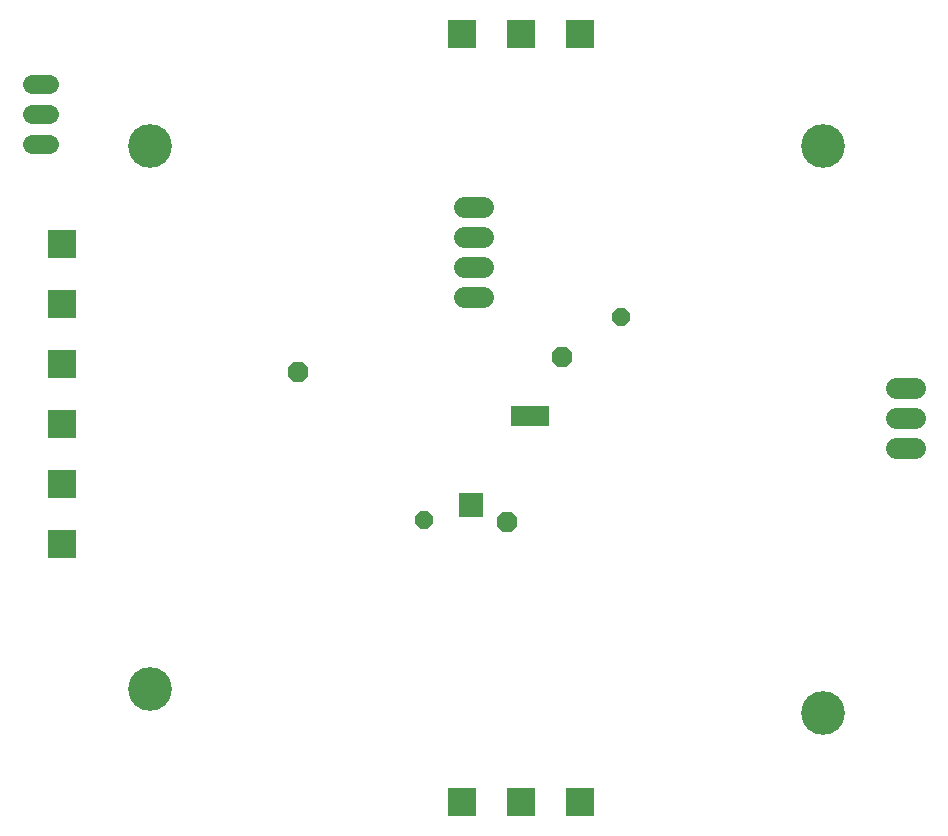
<source format=gbs>
G75*
%MOIN*%
%OFA0B0*%
%FSLAX25Y25*%
%IPPOS*%
%LPD*%
%AMOC8*
5,1,8,0,0,1.08239X$1,22.5*
%
%ADD10C,0.14580*%
%ADD11R,0.08465X0.08465*%
%ADD12C,0.07137*%
%ADD13R,0.09658X0.09658*%
%ADD14C,0.06400*%
%ADD15OC8,0.06737*%
%ADD16R,0.06737X0.06737*%
%ADD17OC8,0.05950*%
D10*
X0073441Y0081315D03*
X0073441Y0262417D03*
X0297850Y0262417D03*
X0297850Y0073441D03*
D11*
X0180508Y0142681D03*
D12*
X0178288Y0212039D02*
X0184625Y0212039D01*
X0184625Y0222039D02*
X0178288Y0222039D01*
X0178288Y0232039D02*
X0184625Y0232039D01*
X0184625Y0242039D02*
X0178288Y0242039D01*
X0322241Y0181866D02*
X0328578Y0181866D01*
X0328578Y0171866D02*
X0322241Y0171866D01*
X0322241Y0161866D02*
X0328578Y0161866D01*
D13*
X0216945Y0043913D03*
X0197260Y0043913D03*
X0177575Y0043913D03*
X0044307Y0129740D03*
X0044307Y0149740D03*
X0044307Y0169740D03*
X0044307Y0189740D03*
X0044307Y0209740D03*
X0044307Y0229740D03*
X0177575Y0299819D03*
X0197260Y0299819D03*
X0216945Y0299819D03*
D14*
X0039816Y0283252D02*
X0034216Y0283252D01*
X0034216Y0273252D02*
X0039816Y0273252D01*
X0039816Y0263252D02*
X0034216Y0263252D01*
D15*
X0122961Y0187039D03*
X0192457Y0137031D03*
X0210961Y0192039D03*
D16*
X0203260Y0172591D03*
X0197260Y0172591D03*
D17*
X0230449Y0205409D03*
X0164866Y0137772D03*
M02*

</source>
